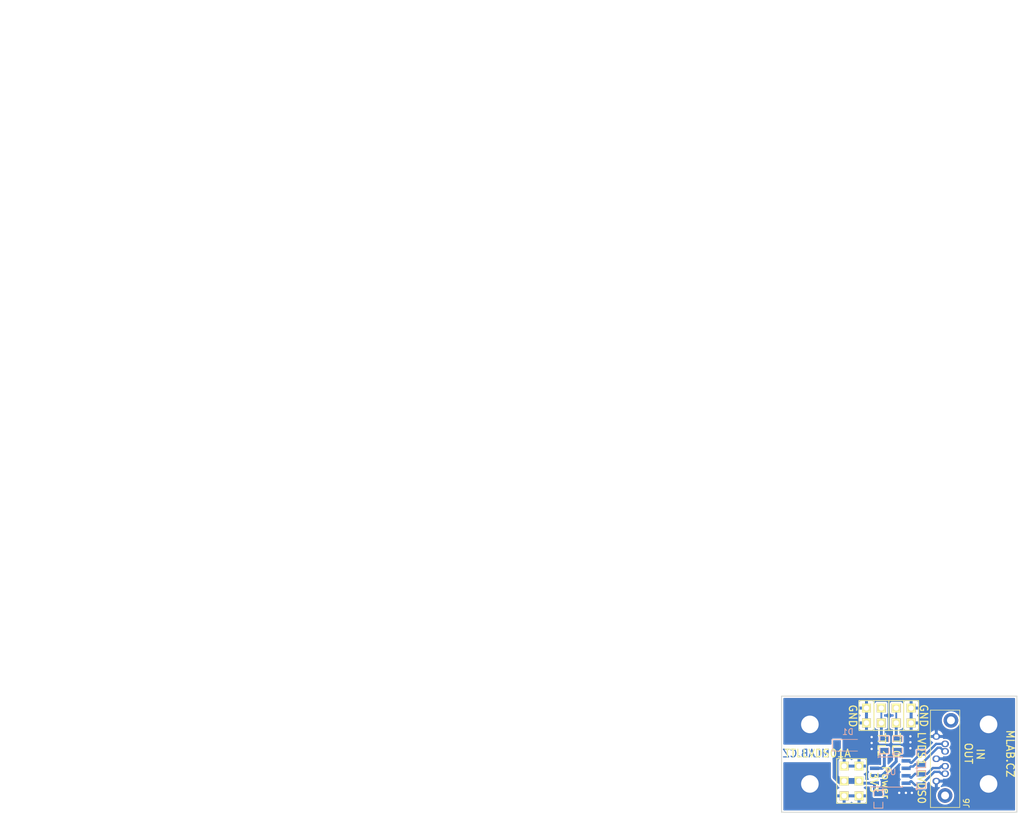
<source format=kicad_pcb>
(kicad_pcb (version 20211014) (generator pcbnew)
  (title_block (title "TTLLVDS01A") (date "2022-04-04") (company "Mlab www.mlab.cz") (comment 1 "VERSION") (comment 2 " TTL to LVDS or LVDS to TTL translating module. ") (comment 3 "kaklik <kaklik@mlab.cz>"))
  (layers (0 "F.Cu" signal) (31 "B.Cu" signal) (34 "B.Paste" user) (36 "B.SilkS" user "B.Silkscreen") (37 "F.SilkS" user "F.Silkscreen") (38 "B.Mask" user) (39 "F.Mask" user) (44 "Edge.Cuts" user))
  (net 0 "")
  (net 1 "GND")
  (net 2 "VCC")
  (net 3 "/1A")
  (net 4 "/2A")
  (net 5 "Net-(R1-Pad1)")
  (net 6 "Net-(R2-Pad1)")
  (net 7 "/1-")
  (net 8 "/1+")
  (net 9 "/2-")
  (net 10 "/2+")
  (footprint "Mlab_CON:SATA-7_THT_VERT_2" (layer "F.Cu") (at 152.7302 110.2106 -90)
    (fp_text reference "J6" (at 3.7626 -5.1554 -90) (layer "F.SilkS"))
    (fp_text value "SATA7-67491-1030" hide)
    (fp_line (start 4.49 1) (end -12.11 1) (layer "F.SilkS") (width 0.12))
    (fp_line (start 4.49 -4) (end 4.49 1) (layer "F.SilkS") (width 0.12))
    (fp_line (start -12.11 1) (end -12.11 -4) (layer "F.SilkS") (width 0.12))
    (fp_line (start -12.11 -4) (end 4.49 -4) (layer "F.SilkS") (width 0.12))
    (pad "1" thru_hole oval locked (at 0 0 270) (size 1.1 1.3) (drill 0.74) (layers *.Cu *.Mask) (net 1 "GND"))
    (pad "2" thru_hole oval locked (at -1.27 -1.5 270) (size 1.1 1.3) (drill 0.74) (layers *.Cu *.Mask) (net 8 "/1+"))
    (pad "3" thru_hole oval locked (at -2.54 -1.5 270) (size 1.1 1.3) (drill 0.74) (layers *.Cu *.Mask) (net 7 "/1-"))
    (pad "4" thru_hole oval locked (at -3.81 0 270) (size 1.1 1.3) (drill 0.74) (layers *.Cu *.Mask) (net 1 "GND"))
    (pad "5" thru_hole oval locked (at -5.08 -1.5 270) (size 1.1 1.3) (drill 0.74) (layers *.Cu *.Mask) (net 10 "/2+"))
    (pad "6" thru_hole oval locked (at -6.35 -1.5 270) (size 1.1 1.3) (drill 0.74) (layers *.Cu *.Mask) (net 9 "/2-"))
    (pad "7" thru_hole oval locked (at -7.62 0 270) (size 1.1 1.3) (drill 0.74) (layers *.Cu *.Mask) (net 1 "GND"))
    (pad "8" thru_hole circle locked (at -10.37 -2.5 270) (size 2.5 2.5) (drill 1.35) (layers *.Cu *.Mask))
    (pad "9" thru_hole circle locked (at 2.46 -1.5 270) (size 2.5 2.5) (drill 1.35) (layers *.Cu *.Mask))
  )
  (footprint "Mlab_Pin_Headers:Straight_2x03" (layer "F.Cu") (at 138.2776 110.1852)
    (fp_text reference "J1" hide)
    (fp_text value "JUMP_3X2" hide)
    (fp_line (start 2.54 -3.81) (end 2.54 3.81) (layer "F.SilkS") (width 0.15))
    (fp_line (start -2.54 3.81) (end -2.54 -3.81) (layer "F.SilkS") (width 0.15))
    (fp_line (start -2.54 -3.81) (end 2.54 -3.81) (layer "F.SilkS") (width 0.15))
    (fp_line (start 2.54 3.81) (end -2.54 3.81) (layer "F.SilkS") (width 0.15))
    (pad "1" thru_hole rect locked (at -1.27 -2.54) (size 1.524 1.524) (drill 0.889) (layers *.Cu *.Mask "F.SilkS") (net 1 "GND"))
    (pad "2" thru_hole rect locked (at 1.27 -2.54) (size 1.524 1.524) (drill 0.889) (layers *.Cu *.Mask "F.SilkS") (net 1 "GND"))
    (pad "3" thru_hole rect locked (at -1.27 0) (size 1.524 1.524) (drill 0.889) (layers *.Cu *.Mask "F.SilkS") (net 2 "VCC"))
    (pad "4" thru_hole rect locked (at 1.27 0) (size 1.524 1.524) (drill 0.889) (layers *.Cu *.Mask "F.SilkS") (net 2 "VCC"))
    (pad "5" thru_hole rect locked (at -1.27 2.54) (size 1.524 1.524) (drill 0.889) (layers *.Cu *.Mask "F.SilkS") (net 1 "GND"))
    (pad "6" thru_hole rect locked (at 1.27 2.54) (size 1.524 1.524) (drill 0.889) (layers *.Cu *.Mask "F.SilkS") (net 1 "GND"))
  )
  (footprint "Mlab_Pin_Headers:Straight_2x01" (layer "F.Cu") (at 145.8976 99.0092 90)
    (fp_text reference "J2" hide)
    (fp_text value "HEADER_2x01_PARALLEL" hide)
    (fp_line (start 2.54 -1.27) (end 2.54 1.27) (layer "F.SilkS") (width 0.15))
    (fp_line (start 2.54 1.27) (end -2.54 1.27) (layer "F.SilkS") (width 0.15))
    (fp_line (start -2.54 1.27) (end -2.54 -1.27) (layer "F.SilkS") (width 0.15))
    (fp_line (start -2.54 -1.27) (end 2.54 -1.27) (layer "F.SilkS") (width 0.15))
    (pad "1" thru_hole rect locked (at -1.27 0 90) (size 1.524 1.524) (drill 0.889) (layers *.Cu *.Mask "F.SilkS") (net 3 "/1A"))
    (pad "2" thru_hole rect locked (at 1.27 0 90) (size 1.524 1.524) (drill 0.889) (layers *.Cu *.Mask "F.SilkS") (net 3 "/1A"))
  )
  (footprint "Mlab_Pin_Headers:Straight_2x01" (layer "F.Cu") (at 140.8176 99.0092 -90)
    (fp_text reference "J3" hide)
    (fp_text value "HEADER_2x01_PARALLEL" hide)
    (fp_line (start 2.54 -1.27) (end 2.54 1.27) (layer "F.SilkS") (width 0.15))
    (fp_line (start 2.54 1.27) (end -2.54 1.27) (layer "F.SilkS") (width 0.15))
    (fp_line (start -2.54 1.27) (end -2.54 -1.27) (layer "F.SilkS") (width 0.15))
    (fp_line (start -2.54 -1.27) (end 2.54 -1.27) (layer "F.SilkS") (width 0.15))
    (pad "1" thru_hole rect locked (at -1.27 0 270) (size 1.524 1.524) (drill 0.889) (layers *.Cu *.Mask "F.SilkS") (net 1 "GND"))
    (pad "2" thru_hole rect locked (at 1.27 0 270) (size 1.524 1.524) (drill 0.889) (layers *.Cu *.Mask "F.SilkS") (net 1 "GND"))
  )
  (footprint "Mlab_Pin_Headers:Straight_2x01" (layer "F.Cu") (at 143.3576 99.0092 -90)
    (fp_text reference "J4" hide)
    (fp_text value "HEADER_2x01_PARALLEL" hide)
    (fp_line (start 2.54 1.27) (end -2.54 1.27) (layer "F.SilkS") (width 0.15))
    (fp_line (start -2.54 1.27) (end -2.54 -1.27) (layer "F.SilkS") (width 0.15))
    (fp_line (start 2.54 -1.27) (end 2.54 1.27) (layer "F.SilkS") (width 0.15))
    (fp_line (start -2.54 -1.27) (end 2.54 -1.27) (layer "F.SilkS") (width 0.15))
    (pad "1" thru_hole rect locked (at -1.27 0 270) (size 1.524 1.524) (drill 0.889) (layers *.Cu *.Mask "F.SilkS") (net 4 "/2A"))
    (pad "2" thru_hole rect locked (at 1.27 0 270) (size 1.524 1.524) (drill 0.889) (layers *.Cu *.Mask "F.SilkS") (net 4 "/2A"))
  )
  (footprint "Mlab_Pin_Headers:Straight_2x01" (layer "F.Cu") (at 148.4376 99.0092 -90)
    (fp_text reference "J5" hide)
    (fp_text value "HEADER_2x01_PARALLEL" hide)
    (fp_line (start -2.54 1.27) (end -2.54 -1.27) (layer "F.SilkS") (width 0.15))
    (fp_line (start 2.54 1.27) (end -2.54 1.27) (layer "F.SilkS") (width 0.15))
    (fp_line (start 2.54 -1.27) (end 2.54 1.27) (layer "F.SilkS") (width 0.15))
    (fp_line (start -2.54 -1.27) (end 2.54 -1.27) (layer "F.SilkS") (width 0.15))
    (pad "1" thru_hole rect locked (at -1.27 0 270) (size 1.524 1.524) (drill 0.889) (layers *.Cu *.Mask "F.SilkS") (net 1 "GND"))
    (pad "2" thru_hole rect locked (at 1.27 0 270) (size 1.524 1.524) (drill 0.889) (layers *.Cu *.Mask "F.SilkS") (net 1 "GND"))
  )
  (footprint "Mlab_Mechanical:MountingHole_3mm" (layer "F.Cu") (at 161.6456 100.5332)
    (fp_text reference "M1" hide)
    (fp_text value "HOLE" hide)
    (pad "1" thru_hole circle locked (at 0 0) (size 6 6) (drill 3) (layers *.Cu *.Adhes *.Mask) (net 1 "GND") (clearance 1))
  )
  (footprint "Mlab_Mechanical:MountingHole_3mm" (layer "F.Cu") (at 131.1656 110.6932)
    (fp_text reference "M2" hide)
    (fp_text value "HOLE" hide)
    (pad "1" thru_hole circle locked (at 0 0) (size 6 6) (drill 3) (layers *.Cu *.Adhes *.Mask) (net 1 "GND") (clearance 1))
  )
  (footprint "Mlab_Mechanical:MountingHole_3mm" (layer "F.Cu") (at 131.1656 100.5332)
    (fp_text reference "M3" hide)
    (fp_text value "HOLE" hide)
    (pad "1" thru_hole circle locked (at 0 0) (size 6 6) (drill 3) (layers *.Cu *.Adhes *.Mask) (net 1 "GND") (clearance 1))
  )
  (footprint "Mlab_Mechanical:MountingHole_3mm" (layer "F.Cu") (at 161.6456 110.6932)
    (fp_text reference "M4" hide)
    (fp_text value "HOLE" hide)
    (pad "1" thru_hole circle locked (at 0 0) (size 6 6) (drill 3) (layers *.Cu *.Adhes *.Mask) (net 1 "GND") (clearance 1))
  )
  (footprint "Package_SO:SOIC-8_3.9x4.9mm_P1.27mm" (layer "B.Cu") (at 144.8816 108.6612)
    (fp_text reference "U1" (at 0 0) (layer "B.SilkS") (effects (justify mirror)))
    (fp_text value "SN65LVDS9638D" hide)
    (fp_line (start 2.075 2.575) (end 2.075 2.43) (layer "B.SilkS") (width 0.15))
    (fp_line (start -2.075 -2.575) (end 2.075 -2.575) (layer "B.SilkS") (width 0.15))
    (fp_line (start 2.075 -2.575) (end 2.075 -2.43) (layer "B.SilkS") (width 0.15))
    (fp_line (start -2.075 2.575) (end -2.075 2.525) (layer "B.SilkS") (width 0.15))
    (fp_line (start -2.075 -2.575) (end -2.075 -2.43) (layer "B.SilkS") (width 0.15))
    (fp_line (start -2.075 2.525) (end -3.475 2.525) (layer "B.SilkS") (width 0.15))
    (fp_line (start -2.075 2.575) (end 2.075 2.575) (layer "B.SilkS") (width 0.15))
    (pad "1" smd rect locked (at -2.7 1.905) (size 1.55 0.6) (layers "B.Cu" "B.Paste" "B.Mask") (net 2 "VCC"))
    (pad "2" smd rect locked (at -2.7 0.635) (size 1.55 0.6) (layers "B.Cu" "B.Paste" "B.Mask") (net 5 "Net-(R1-Pad1)"))
    (pad "3" smd rect locked (at -2.7 -0.635) (size 1.55 0.6) (layers "B.Cu" "B.Paste" "B.Mask") (net 6 "Net-(R2-Pad1)"))
    (pad "4" smd rect locked (at -2.7 -1.905) (size 1.55 0.6) (layers "B.Cu" "B.Paste" "B.Mask") (net 1 "GND"))
    (pad "5" smd rect locked (at 2.7 -1.905) (size 1.55 0.6) (layers "B.Cu" "B.Paste" "B.Mask") (net 9 "/2-"))
    (pad "6" smd rect locked (at 2.7 -0.635) (size 1.55 0.6) (layers "B.Cu" "B.Paste" "B.Mask") (net 10 "/2+"))
    (pad "7" smd rect locked (at 2.7 0.635) (size 1.55 0.6) (layers "B.Cu" "B.Paste" "B.Mask") (net 7 "/1-"))
    (pad "8" smd rect locked (at 2.7 1.905) (size 1.55 0.6) (layers "B.Cu" "B.Paste" "B.Mask") (net 8 "/1+"))
  )
  (footprint "Mlab_R:SMD-0805" (layer "B.Cu") (at 142.8496 113.2967 -90)
    (fp_text reference "C2")
    (fp_text value "100nF")
    (fp_line (start -1.524 0.762) (end -0.508 0.762) (layer "B.SilkS") (width 0.15))
    (fp_line (start 1.524 0.762) (end 1.524 -0.762) (layer "B.SilkS") (width 0.15))
    (fp_line (start -1.524 -0.762) (end -1.524 0.762) (layer "B.SilkS") (width 0.15))
    (fp_line (start 0.508 0.762) (end 1.524 0.762) (layer "B.SilkS") (width 0.15))
    (fp_line (start -0.508 -0.762) (end -1.524 -0.762) (layer "B.SilkS") (width 0.15))
    (fp_line (start 1.524 -0.762) (end 0.508 -0.762) (layer "B.SilkS") (width 0.15))
    (fp_circle (center -1.651 -0.762) (end -1.651 -0.635) (layer "B.SilkS") (width 0.15) (fill none))
    (pad "1" smd rect locked (at -0.9525 0 270) (size 0.889 1.397) (layers "B.Cu" "B.Paste" "B.Mask") (net 2 "VCC"))
    (pad "2" smd rect locked (at 0.9525 0 270) (size 0.889 1.397) (layers "B.Cu" "B.Paste" "B.Mask") (net 1 "GND"))
  )
  (footprint "Diode_SMD:D_MiniMELF" (layer "B.Cu") (at 137.5436 104.0892)
    (fp_text reference "D1" (at 0.099 -2.286) (layer "B.SilkS") (effects (justify mirror)))
    (fp_text value "BZV55C-3,6V" hide)
    (fp_line (start 1.75 1) (end -2.55 1) (layer "B.SilkS") (width 0.12))
    (fp_line (start -2.55 -1) (end 1.75 -1) (layer "B.SilkS") (width 0.12))
    (fp_line (start -2.55 1) (end -2.55 -1) (layer "B.SilkS") (width 0.12))
    (pad "1" smd rect locked (at -1.75 0) (size 1.3 1.7) (layers "B.Cu" "B.Paste" "B.Mask") (net 2 "VCC"))
    (pad "2" smd rect locked (at 1.75 0) (size 1.3 1.7) (layers "B.Cu" "B.Paste" "B.Mask") (net 1 "GND"))
  )
  (footprint "Mlab_R:SMD-0805" (layer "B.Cu") (at 146.1516 104.0257 90)
    (fp_text reference "R1")
    (fp_text value "33R")
    (fp_line (start 0.508 0.762) (end 1.524 0.762) (layer "B.SilkS") (width 0.15))
    (fp_line (start -1.524 -0.762) (end -1.524 0.762) (layer "B.SilkS") (width 0.15))
    (fp_line (start 1.524 0.762) (end 1.524 -0.762) (layer "B.SilkS") (width 0.15))
    (fp_line (start -1.524 0.762) (end -0.508 0.762) (layer "B.SilkS") (width 0.15))
    (fp_line (start -0.508 -0.762) (end -1.524 -0.762) (layer "B.SilkS") (width 0.15))
    (fp_line (start 1.524 -0.762) (end 0.508 -0.762) (layer "B.SilkS") (width 0.15))
    (fp_circle (center -1.651 -0.762) (end -1.651 -0.635) (layer "B.SilkS") (width 0.15) (fill none))
    (pad "1" smd rect locked (at -0.9525 0 90) (size 0.889 1.397) (layers "B.Cu" "B.Paste" "B.Mask") (net 5 "Net-(R1-Pad1)"))
    (pad "2" smd rect locked (at 0.9525 0 90) (size 0.889 1.397) (layers "B.Cu" "B.Paste" "B.Mask") (net 3 "/1A"))
  )
  (footprint "Mlab_R:SMD-0805" (layer "B.Cu") (at 143.8656 104.0257 90)
    (fp_text reference "R2")
    (fp_text value "33R")
    (fp_line (start -1.524 -0.762) (end -1.524 0.762) (layer "B.SilkS") (width 0.15))
    (fp_line (start -0.508 -0.762) (end -1.524 -0.762) (layer "B.SilkS") (width 0.15))
    (fp_line (start 0.508 0.762) (end 1.524 0.762) (layer "B.SilkS") (width 0.15))
    (fp_line (start 1.524 -0.762) (end 0.508 -0.762) (layer "B.SilkS") (width 0.15))
    (fp_line (start 1.524 0.762) (end 1.524 -0.762) (layer "B.SilkS") (width 0.15))
    (fp_line (start -1.524 0.762) (end -0.508 0.762) (layer "B.SilkS") (width 0.15))
    (fp_circle (center -1.651 -0.762) (end -1.651 -0.635) (layer "B.SilkS") (width 0.15) (fill none))
    (pad "1" smd rect locked (at -0.9525 0 90) (size 0.889 1.397) (layers "B.Cu" "B.Paste" "B.Mask") (net 6 "Net-(R2-Pad1)"))
    (pad "2" smd rect locked (at 0.9525 0 90) (size 0.889 1.397) (layers "B.Cu" "B.Paste" "B.Mask") (net 4 "/2A"))
  )
  (footprint "Mlab_R:SMD-0805" (layer "B.Cu") (at 150.1521 109.9312 90)
    (fp_text reference "R3")
    (fp_text value "100R")
    (fp_line (start -0.508 -0.762) (end -1.524 -0.762) (layer "B.SilkS") (width 0.15))
    (fp_line (start 1.524 -0.762) (end 0.508 -0.762) (layer "B.SilkS") (width 0.15))
    (fp_line (start 1.524 0.762) (end 1.524 -0.762) (layer "B.SilkS") (width 0.15))
    (fp_line (start 0.508 0.762) (end 1.524 0.762) (layer "B.SilkS") (width 0.15))
    (fp_line (start -1.524 -0.762) (end -1.524 0.762) (layer "B.SilkS") (width 0.15))
    (fp_line (start -1.524 0.762) (end -0.508 0.762) (layer "B.SilkS") (width 0.15))
    (fp_circle (center -1.651 -0.762) (end -1.651 -0.635) (layer "B.SilkS") (width 0.15) (fill none))
    (pad "1" smd rect locked (at -0.9525 0 90) (size 0.889 1.397) (layers "B.Cu" "B.Paste" "B.Mask") (net 8 "/1+"))
    (pad "2" smd rect locked (at 0.9525 0 90) (size 0.889 1.397) (layers "B.Cu" "B.Paste" "B.Mask") (net 7 "/1-"))
  )
  (footprint "Mlab_R:SMD-0805" (layer "B.Cu") (at 150.1521 106.3752 90)
    (fp_text reference "R4")
    (fp_text value "100R")
    (fp_line (start 1.524 -0.762) (end 0.508 -0.762) (layer "B.SilkS") (width 0.15))
    (fp_line (start -0.508 -0.762) (end -1.524 -0.762) (layer "B.SilkS") (width 0.15))
    (fp_line (start 1.524 0.762) (end 1.524 -0.762) (layer "B.SilkS") (width 0.15))
    (fp_line (start -1.524 -0.762) (end -1.524 0.762) (layer "B.SilkS") (width 0.15))
    (fp_line (start 0.508 0.762) (end 1.524 0.762) (layer "B.SilkS") (width 0.15))
    (fp_line (start -1.524 0.762) (end -0.508 0.762) (layer "B.SilkS") (width 0.15))
    (fp_circle (center -1.651 -0.762) (end -1.651 -0.635) (layer "B.SilkS") (width 0.15) (fill none))
    (pad "1" smd rect locked (at -0.9525 0 90) (size 0.889 1.397) (layers "B.Cu" "B.Paste" "B.Mask") (net 10 "/2+"))
    (pad "2" smd rect locked (at 0.9525 0 90) (size 0.889 1.397) (layers "B.Cu" "B.Paste" "B.Mask") (net 9 "/2-"))
  )
  (gr_line (start 126.3396 115.5192) (end 166.4716 115.5192) (layer "Edge.Cuts") (width 0.15))
  (gr_line (start 126.3396 115.5192) (end 126.3396 95.7072) (layer "Edge.Cuts") (width 0.15))
  (gr_line (start 166.4716 115.5192) (end 166.4716 95.7072) (layer "Edge.Cuts") (width 0.15))
  (gr_line (start 126.3396 95.7072) (end 166.4716 95.7072) (layer "Edge.Cuts") (width 0.15))
  (gr_text "MLAB.CZ" (at 130.5306 105.4862) (layer "B.Cu") (effects (font (size 1.3 1.3) (thickness 0.2)) (justify mirror)))
  (gr_text "TTL1" (at 143.3856 101.8232 270) (layer "F.SilkS") (effects (font (size 1.27 1.27) (thickness 0.2)) (justify left)))
  (gr_text "LVDS0" (at 150.2156 108.1532 270) (layer "F.SilkS") (effects (font (size 1.27 1.27) (thickness 0.2)) (justify left)))
  (gr_text "LVDS1" (at 150.2156 101.6762 270) (layer "F.SilkS") (effects (font (size 1.27 1.27) (thickness 0.2)) (justify left)))
  (gr_text "IN" (at 160.2486 105.6132 270) (layer "F.SilkS") (effects (font (size 1.27 1.27) (thickness 0.2))))
  (gr_text "OUT" (at 158.2166 105.4862 270) (layer "F.SilkS") (effects (font (size 1.27 1.27) (thickness 0.2))))
  (gr_text "MLAB.CZ" (at 165.3356 105.5232 270) (layer "F.SilkS") (effects (font (size 1.3 1.3) (thickness 0.2))))
  (gr_text "Power\n3V3" (at 143.1036 110.4392 270) (layer "F.SilkS") (effects (font (size 1.27 1.27) (thickness 0.2))))
  (gr_text "GND" (at 150.5856 96.9732 270) (layer "F.SilkS") (effects (font (size 1.27 1.27) (thickness 0.2)) (justify left)))
  (gr_text "TTL0" (at 145.8976 101.8232 270) (layer "F.SilkS") (effects (font (size 1.27 1.27) (thickness 0.2)) (justify left)))
  (gr_text "TTLLVDS01A" (at 132.4856 105.4732) (layer "F.SilkS") (effects (font (size 1.3 1.3) (thickness 0.2))))
  (gr_text "GND" (at 138.4856 97.0232 270) (layer "F.SilkS") (effects (font (size 1.27 1.27) (thickness 0.2)) (justify left)))
  (via (at 148.3106 104.5972) (size 0.8) (drill 0.4) (layers "F.Cu" "B.Cu") (net 1))
  (via (at 146.4056 112.2172) (size 0.8) (drill 0.4) (layers "F.Cu" "B.Cu") (net 1))
  (via (at 141.7066 103.7082) (size 0.8) (drill 0.4) (layers "F.Cu" "B.Cu") (net 1))
  (via (at 141.7066 104.7242) (size 0.8) (drill 0.4) (layers "F.Cu" "B.Cu") (net 1))
  (via (at 148.3106 102.5652) (size 0.8) (drill 0.4) (layers "F.Cu" "B.Cu") (net 1))
  (via (at 147.5486 112.2172) (size 0.8) (drill 0.4) (layers "F.Cu" "B.Cu") (net 1))
  (via (at 141.7066 102.6922) (size 0.8) (drill 0.4) (layers "F.Cu" "B.Cu") (net 1))
  (via (at 148.3106 103.5812) (size 0.8) (drill 0.4) (layers "F.Cu" "B.Cu") (net 1))
  (via (at 148.5646 112.2172) (size 0.8) (drill 0.4) (layers "F.Cu" "B.Cu") (net 1))
  (segment (start 136.2456 110.1852) (end 135.545599 109.485199) (width 1) (layer "B.Cu") (net 2))
  (segment (start 139.9286 110.5662) (end 139.5476 110.1852) (width 0.5) (layer "B.Cu") (net 2))
  (segment (start 142.1816 110.5662) (end 139.9286 110.5662) (width 0.5) (layer "B.Cu") (net 2))
  (segment (start 142.1816 111.6762) (end 142.8496 112.3442) (width 0.5) (layer "B.Cu") (net 2))
  (segment (start 139.5476 110.1852) (end 137.0076 110.1852) (width 1) (layer "B.Cu") (net 2))
  (segment (start 135.7936 106.183199) (end 135.545599 106.4312) (width 1) (layer "B.Cu") (net 2))
  (segment (start 135.545599 106.4312) (end 135.545599 109.485199) (width 1) (layer "B.Cu") (net 2))
  (segment (start 142.1816 110.5662) (end 142.1816 111.6762) (width 0.5) (layer "B.Cu") (net 2))
  (segment (start 137.0076 110.1852) (end 136.2456 110.1852) (width 1) (layer "B.Cu") (net 2))
  (segment (start 135.7936 104.0892) (end 135.7936 106.183199) (width 1) (layer "B.Cu") (net 2))
  (segment (start 145.8976 100.2792) (end 145.8976 102.8192) (width 0.5) (layer "B.Cu") (net 3))
  (segment (start 145.8976 97.7392) (end 145.8976 100.2792) (width 0.3) (layer "B.Cu") (net 3))
  (segment (start 145.8976 102.8192) (end 146.1516 103.0732) (width 0.5) (layer "B.Cu") (net 3))
  (segment (start 143.3576 102.5652) (end 143.8656 103.0732) (width 0.5) (layer "B.Cu") (net 4))
  (segment (start 143.3576 100.2792) (end 143.3576 102.5652) (width 0.5) (layer "B.Cu") (net 4))
  (segment (start 143.3576 97.7392) (end 143.3576 100.2792) (width 0.3) (layer "B.Cu") (net 4))
  (segment (start 145.8976 105.9227) (end 145.8976 104.9782) (width 0.5) (layer "B.Cu") (net 5))
  (segment (start 142.1816 109.2962) (end 143.4566 109.2962) (width 0.5) (layer "B.Cu") (net 5))
  (segment (start 143.4566 109.2962) (end 145.8976 106.8552) (width 0.5) (layer "B.Cu") (net 5))
  (segment (start 145.8976 106.8552) (end 145.8976 105.9227) (width 0.5) (layer "B.Cu") (net 5))
  (segment (start 142.1816 108.0262) (end 143.4566 108.0262) (width 0.5) (layer "B.Cu") (net 6))
  (segment (start 143.8656 107.6172) (end 143.8656 105.9227) (width 0.5) (layer "B.Cu") (net 6))
  (segment (start 143.4566 108.0262) (end 143.8656 107.6172) (width 0.5) (layer "B.Cu") (net 6))
  (segment (start 143.8656 105.9227) (end 143.8656 104.9782) (width 0.5) (layer "B.Cu") (net 6))
  (segment (start 148.0566 109.2962) (end 148.3666 109.6062) (width 0.4) (layer "B.Cu") (net 7))
  (segment (start 150.1521 108.9787) (end 151.137861 108.9787) (width 0.4) (layer "B.Cu") (net 7))
  (segment (start 152.135961 107.9806) (end 153.2702 107.9806) (width 0.4) (layer "B.Cu") (net 7))
  (segment (start 153.5802 107.6706) (end 154.2302 107.6706) (width 0.4) (layer "B.Cu") (net 7))
  (segment (start 149.104349 108.9787) (end 150.1521 108.9787) (width 0.4) (layer "B.Cu") (net 7))
  (segment (start 148.3666 109.6062) (end 148.476849 109.6062) (width 0.4) (layer "B.Cu") (net 7))
  (segment (start 148.476849 109.6062) (end 149.104349 108.9787) (width 0.4) (layer "B.Cu") (net 7))
  (segment (start 151.137861 108.9787) (end 152.135961 107.9806) (width 0.4) (layer "B.Cu") (net 7))
  (segment (start 153.2702 107.9806) (end 153.5802 107.6706) (width 0.4) (layer "B.Cu") (net 7))
  (segment (start 147.5816 109.2962) (end 148.0566 109.2962) (width 0.4) (layer "B.Cu") (net 7))
  (segment (start 148.476849 110.2562) (end 149.104349 110.8837) (width 0.4) (layer "B.Cu") (net 8))
  (segment (start 147.5816 110.5662) (end 148.0566 110.5662) (width 0.4) (layer "B.Cu") (net 8))
  (segment (start 153.5802 108.9406) (end 154.2302 108.9406) (width 0.4) (layer "B.Cu") (net 8))
  (segment (start 148.0566 110.5662) (end 148.3666 110.2562) (width 0.4) (layer "B.Cu") (net 8))
  (segment (start 150.1521 110.8837) (end 152.4052 108.6306) (width 0.4) (layer "B.Cu") (net 8))
  (segment (start 152.4052 108.6306) (end 153.2702 108.6306) (width 0.4) (layer "B.Cu") (net 8))
  (segment (start 153.2702 108.6306) (end 153.5802 108.9406) (width 0.4) (layer "B.Cu") (net 8))
  (segment (start 148.3666 110.2562) (end 148.476849 110.2562) (width 0.4) (layer "B.Cu") (net 8))
  (segment (start 149.104349 110.8837) (end 150.1521 110.8837) (width 0.4) (layer "B.Cu") (net 8))
  (segment (start 148.3666 107.0662) (end 148.5086 107.0662) (width 0.4) (layer "B.Cu") (net 9))
  (segment (start 152.699961 103.8606) (end 153.6102 103.8606) (width 0.4) (layer "B.Cu") (net 9))
  (segment (start 150.1521 105.4227) (end 151.137861 105.4227) (width 0.4) (layer "B.Cu") (net 9))
  (segment (start 148.5086 107.0662) (end 148.706719 106.868081) (width 0.4) (layer "B.Cu") (net 9))
  (segment (start 148.0566 106.7562) (end 148.3666 107.0662) (width 0.4) (layer "B.Cu") (net 9))
  (segment (start 151.137861 105.4227) (end 152.699961 103.8606) (width 0.4) (layer "B.Cu") (net 9))
  (segment (start 153.6102 103.8606) (end 154.2302 103.8606) (width 0.4) (layer "B.Cu") (net 9))
  (segment (start 148.706719 106.868081) (end 150.1521 105.4227) (width 0.4) (layer "B.Cu") (net 9))
  (segment (start 147.5816 106.7562) (end 148.0566 106.7562) (width 0.4) (layer "B.Cu") (net 9))
  (segment (start 152.9692 104.5106) (end 153.436683 104.5106) (width 0.4) (layer "B.Cu") (net 10))
  (segment (start 153.91021 104.81061) (end 154.2302 105.1306) (width 0.4) (layer "B.Cu") (net 10))
  (segment (start 150.1521 107.3277) (end 152.9692 104.5106) (width 0.4) (layer "B.Cu") (net 10))
  (segment (start 147.5816 108.0262) (end 148.0566 108.0262) (width 0.4) (layer "B.Cu") (net 10))
  (segment (start 149.166339 107.3277) (end 150.1521 107.3277) (width 0.4) (layer "B.Cu") (net 10))
  (segment (start 148.0566 108.0262) (end 148.3666 107.7162) (width 0.4) (layer "B.Cu") (net 10))
  (segment (start 148.3666 107.7162) (end 148.777839 107.7162) (width 0.4) (layer "B.Cu") (net 10))
  (segment (start 153.436683 104.5106) (end 153.736693 104.81061) (width 0.4) (layer "B.Cu") (net 10))
  (segment (start 153.736693 104.81061) (end 153.91021 104.81061) (width 0.4) (layer "B.Cu") (net 10))
  (segment (start 148.777839 107.7162) (end 149.166339 107.3277) (width 0.4) (layer "B.Cu") (net 10))
  (zone (net 1) (net_name "GND") (layer "B.Cu") (connect_pads thru_hole_only (clearance 0.3)) (min_thickness 0.254) (fill yes (thermal_gap 0.508) (thermal_bridge_width 0.508))
    (polygon (pts (xy 125.476 94.8944) (xy 167.6908 94.9452) (xy 167.64 116.84) (xy 125.476 116.7892)))
  )
)
</source>
